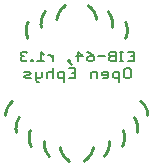
<source format=gbr>
G04 EAGLE Gerber RS-274X export*
G75*
%MOMM*%
%FSLAX34Y34*%
%LPD*%
%INSilkscreen Bottom*%
%IPPOS*%
%AMOC8*
5,1,8,0,0,1.08239X$1,22.5*%
G01*
%ADD10C,0.177800*%
%ADD11C,0.254000*%


D10*
X43413Y26438D02*
X49005Y26438D01*
X49005Y18049D01*
X43413Y18049D01*
X46209Y22244D02*
X49005Y22244D01*
X39650Y18049D02*
X36854Y18049D01*
X38252Y18049D02*
X38252Y26438D01*
X39650Y26438D02*
X36854Y26438D01*
X33413Y26438D02*
X33413Y18049D01*
X33413Y26438D02*
X29219Y26438D01*
X27821Y25040D01*
X27821Y23642D01*
X29219Y22244D01*
X27821Y20845D01*
X27821Y19447D01*
X29219Y18049D01*
X33413Y18049D01*
X33413Y22244D02*
X29219Y22244D01*
X24058Y22244D02*
X18465Y22244D01*
X11907Y25040D02*
X9110Y26438D01*
X11907Y25040D02*
X14703Y22244D01*
X14703Y19447D01*
X13305Y18049D01*
X10508Y18049D01*
X9110Y19447D01*
X9110Y20845D01*
X10508Y22244D01*
X14703Y22244D01*
X1153Y18049D02*
X1153Y26438D01*
X5348Y22244D01*
X-245Y22244D01*
X-6804Y18049D02*
X-4007Y15253D01*
X-6804Y18049D02*
X-6804Y19447D01*
X-5406Y19447D01*
X-5406Y18049D01*
X-6804Y18049D01*
X-19599Y18049D02*
X-19599Y23642D01*
X-19599Y20845D02*
X-22396Y23642D01*
X-23794Y23642D01*
X-27395Y23642D02*
X-30192Y26438D01*
X-30192Y18049D01*
X-32988Y18049D02*
X-27395Y18049D01*
X-36750Y18049D02*
X-36750Y19447D01*
X-38149Y19447D01*
X-38149Y18049D01*
X-36750Y18049D01*
X-41428Y25040D02*
X-42826Y26438D01*
X-45623Y26438D01*
X-47021Y25040D01*
X-47021Y23642D01*
X-45623Y22244D01*
X-44224Y22244D01*
X-45623Y22244D02*
X-47021Y20845D01*
X-47021Y19447D01*
X-45623Y18049D01*
X-42826Y18049D01*
X-41428Y19447D01*
X41692Y12214D02*
X44489Y12214D01*
X45887Y10816D01*
X45887Y5223D01*
X44489Y3825D01*
X41692Y3825D01*
X40294Y5223D01*
X40294Y10816D01*
X41692Y12214D01*
X36532Y9418D02*
X36532Y1029D01*
X36532Y9418D02*
X32337Y9418D01*
X30939Y8020D01*
X30939Y5223D01*
X32337Y3825D01*
X36532Y3825D01*
X25778Y3825D02*
X22982Y3825D01*
X25778Y3825D02*
X27177Y5223D01*
X27177Y8020D01*
X25778Y9418D01*
X22982Y9418D01*
X21584Y8020D01*
X21584Y6621D01*
X27177Y6621D01*
X17821Y3825D02*
X17821Y9418D01*
X13627Y9418D01*
X12229Y8020D01*
X12229Y3825D01*
X-889Y12214D02*
X-6482Y12214D01*
X-889Y12214D02*
X-889Y3825D01*
X-6482Y3825D01*
X-3685Y8020D02*
X-889Y8020D01*
X-10244Y9418D02*
X-10244Y1029D01*
X-10244Y9418D02*
X-14439Y9418D01*
X-15837Y8020D01*
X-15837Y5223D01*
X-14439Y3825D01*
X-10244Y3825D01*
X-19599Y3825D02*
X-19599Y12214D01*
X-20998Y9418D02*
X-19599Y8020D01*
X-20998Y9418D02*
X-23794Y9418D01*
X-25192Y8020D01*
X-25192Y3825D01*
X-28955Y5223D02*
X-28955Y9418D01*
X-28955Y5223D02*
X-30353Y3825D01*
X-34547Y3825D01*
X-34547Y2427D02*
X-34547Y9418D01*
X-34547Y2427D02*
X-33149Y1029D01*
X-31751Y1029D01*
X-38310Y3825D02*
X-42504Y3825D01*
X-43902Y5223D01*
X-42504Y6621D01*
X-39708Y6621D01*
X-38310Y8020D01*
X-39708Y9418D01*
X-43902Y9418D01*
D11*
X-16841Y53723D02*
X-16783Y54132D01*
X-16715Y54539D01*
X-16637Y54945D01*
X-16550Y55349D01*
X-16453Y55751D01*
X-16346Y56150D01*
X-16230Y56546D01*
X-16104Y56940D01*
X-15969Y57330D01*
X-15824Y57717D01*
X-15671Y58101D01*
X-15508Y58480D01*
X-15336Y58856D01*
X-15155Y59227D01*
X-14965Y59594D01*
X-14766Y59957D01*
X-14559Y60314D01*
X-14343Y60666D01*
X-14119Y61013D01*
X-13886Y61355D01*
X-13645Y61690D01*
X-13397Y62020D01*
X-13140Y62344D01*
X-12876Y62662D01*
X-12604Y62973D01*
X-12325Y63277D01*
X-12038Y63575D01*
X-11745Y63866D01*
X-11444Y64149D01*
X-11137Y64426D01*
X-10824Y64694D01*
X-10503Y64956D01*
X-10177Y65209D01*
X-9845Y65455D01*
X-26450Y60677D02*
X-26707Y60353D01*
X-26957Y60024D01*
X-27198Y59689D01*
X-27432Y59348D01*
X-27657Y59002D01*
X-27874Y58650D01*
X-28082Y58293D01*
X-28282Y57932D01*
X-28473Y57565D01*
X-28655Y57194D01*
X-28828Y56819D01*
X-28992Y56440D01*
X-29146Y56057D01*
X-29292Y55670D01*
X-29428Y55280D01*
X-29555Y54887D01*
X-29672Y54491D01*
X-29780Y54092D01*
X-29878Y53691D01*
X-29967Y53287D01*
X-30045Y52882D01*
X-30114Y52474D01*
X-30173Y52065D01*
X-30223Y51655D01*
X-30262Y51244D01*
X-30292Y50832D01*
X-30311Y50419D01*
X-30321Y50006D01*
X-30321Y49593D01*
X-30310Y49180D01*
X-30290Y48767D01*
X-30260Y48355D01*
X-30220Y47944D01*
X-30170Y47534D01*
X-41252Y51763D02*
X-41417Y51384D01*
X-41573Y51002D01*
X-41720Y50615D01*
X-41857Y50226D01*
X-41985Y49833D01*
X-42103Y49437D01*
X-42212Y49039D01*
X-42312Y48638D01*
X-42401Y48234D01*
X-42481Y47829D01*
X-42551Y47422D01*
X-42611Y47013D01*
X-42662Y46603D01*
X-42702Y46192D01*
X-42733Y45780D01*
X-42754Y45367D01*
X-42764Y44954D01*
X-42765Y44541D01*
X-42756Y44128D01*
X-42737Y43715D01*
X-42708Y43303D01*
X-42669Y42892D01*
X-42621Y42482D01*
X-42562Y42073D01*
X-42494Y41665D01*
X-42416Y41259D01*
X-42328Y40856D01*
X-42230Y40454D01*
X-42123Y40055D01*
X-42006Y39659D01*
X-41880Y39266D01*
X-41744Y38875D01*
X-41599Y38489D01*
X-41445Y38105D01*
X-54227Y-15137D02*
X-54538Y-15408D01*
X-54843Y-15687D01*
X-55141Y-15973D01*
X-55432Y-16266D01*
X-55716Y-16566D01*
X-55993Y-16873D01*
X-56262Y-17187D01*
X-56524Y-17506D01*
X-56778Y-17832D01*
X-57023Y-18164D01*
X-57261Y-18502D01*
X-57491Y-18846D01*
X-57712Y-19194D01*
X-57925Y-19548D01*
X-58129Y-19908D01*
X-58325Y-20271D01*
X-58512Y-20640D01*
X-58690Y-21013D01*
X-58859Y-21390D01*
X-59018Y-21771D01*
X-59169Y-22156D01*
X-59310Y-22544D01*
X-59442Y-22935D01*
X-59564Y-23330D01*
X-59677Y-23727D01*
X-59781Y-24127D01*
X-59874Y-24530D01*
X-59958Y-24934D01*
X-60033Y-25341D01*
X-60097Y-25749D01*
X-60151Y-26158D01*
X-60196Y-26569D01*
X-60231Y-26981D01*
X-60256Y-27393D01*
X-48462Y-28655D02*
X-48692Y-28998D01*
X-48915Y-29346D01*
X-49128Y-29700D01*
X-49334Y-30059D01*
X-49530Y-30422D01*
X-49718Y-30790D01*
X-49897Y-31162D01*
X-50067Y-31539D01*
X-50228Y-31919D01*
X-50379Y-32304D01*
X-50522Y-32692D01*
X-50655Y-33083D01*
X-50778Y-33477D01*
X-50892Y-33874D01*
X-50996Y-34274D01*
X-51091Y-34676D01*
X-51176Y-35080D01*
X-51252Y-35487D01*
X-51317Y-35894D01*
X-51373Y-36304D01*
X-51419Y-36714D01*
X-51455Y-37126D01*
X-51481Y-37538D01*
X-51497Y-37951D01*
X-51503Y-38364D01*
X-51499Y-38777D01*
X-51485Y-39190D01*
X-51462Y-39603D01*
X-51428Y-40014D01*
X-51385Y-40425D01*
X-51332Y-40835D01*
X-51269Y-41243D01*
X-51196Y-41650D01*
X-51113Y-42055D01*
X-39394Y-40222D02*
X-39528Y-40613D01*
X-39652Y-41007D01*
X-39768Y-41404D01*
X-39873Y-41803D01*
X-39969Y-42205D01*
X-40055Y-42609D01*
X-40131Y-43015D01*
X-40198Y-43423D01*
X-40255Y-43832D01*
X-40302Y-44243D01*
X-40339Y-44654D01*
X-40366Y-45066D01*
X-40383Y-45479D01*
X-40391Y-45892D01*
X-40388Y-46305D01*
X-40376Y-46718D01*
X-40353Y-47131D01*
X-40321Y-47543D01*
X-40278Y-47954D01*
X-40226Y-48364D01*
X-40164Y-48772D01*
X-40092Y-49179D01*
X-40011Y-49584D01*
X-39920Y-49987D01*
X-39819Y-50387D01*
X-39708Y-50785D01*
X-39588Y-51181D01*
X-39459Y-51573D01*
X-39320Y-51962D01*
X-39171Y-52348D01*
X-39014Y-52730D01*
X-38847Y-53108D01*
X-38671Y-53482D01*
X-38487Y-53851D01*
X-27641Y-49047D02*
X-27670Y-49459D01*
X-27688Y-49872D01*
X-27696Y-50285D01*
X-27695Y-50698D01*
X-27683Y-51111D01*
X-27662Y-51524D01*
X-27631Y-51936D01*
X-27590Y-52347D01*
X-27539Y-52757D01*
X-27478Y-53166D01*
X-27407Y-53573D01*
X-27327Y-53978D01*
X-27236Y-54381D01*
X-27137Y-54782D01*
X-27027Y-55180D01*
X-26908Y-55576D01*
X-26780Y-55969D01*
X-26642Y-56358D01*
X-26495Y-56744D01*
X-26338Y-57127D01*
X-26173Y-57505D01*
X-25998Y-57879D01*
X-25814Y-58250D01*
X-25622Y-58615D01*
X-25421Y-58976D01*
X-25211Y-59332D01*
X-24993Y-59683D01*
X-24766Y-60028D01*
X-24531Y-60368D01*
X-24288Y-60702D01*
X-24037Y-61030D01*
X-23778Y-61352D01*
X-23512Y-61668D01*
X-23238Y-61977D01*
X-14006Y-54531D02*
X-13926Y-54936D01*
X-13837Y-55339D01*
X-13738Y-55741D01*
X-13630Y-56139D01*
X-13512Y-56535D01*
X-13385Y-56928D01*
X-13248Y-57318D01*
X-13102Y-57704D01*
X-12946Y-58087D01*
X-12782Y-58466D01*
X-12608Y-58841D01*
X-12426Y-59212D01*
X-12234Y-59578D01*
X-12034Y-59939D01*
X-11825Y-60296D01*
X-11608Y-60647D01*
X-11382Y-60993D01*
X-11148Y-61334D01*
X-10906Y-61668D01*
X-10656Y-61997D01*
X-10398Y-62320D01*
X-10132Y-62636D01*
X-9859Y-62946D01*
X-9579Y-63250D01*
X-9291Y-63546D01*
X-8996Y-63836D01*
X-8695Y-64118D01*
X-8386Y-64393D01*
X-8071Y-64660D01*
X-7750Y-64920D01*
X-7423Y-65172D01*
X-7089Y-65416D01*
X-6750Y-65652D01*
X-6406Y-65880D01*
X16841Y53723D02*
X16783Y54132D01*
X16715Y54539D01*
X16637Y54945D01*
X16550Y55349D01*
X16453Y55751D01*
X16346Y56150D01*
X16230Y56546D01*
X16104Y56940D01*
X15969Y57330D01*
X15824Y57717D01*
X15671Y58101D01*
X15508Y58480D01*
X15336Y58856D01*
X15155Y59227D01*
X14965Y59594D01*
X14766Y59957D01*
X14559Y60314D01*
X14343Y60666D01*
X14119Y61013D01*
X13886Y61355D01*
X13645Y61690D01*
X13397Y62020D01*
X13140Y62344D01*
X12876Y62662D01*
X12604Y62973D01*
X12325Y63277D01*
X12038Y63575D01*
X11745Y63866D01*
X11444Y64149D01*
X11137Y64426D01*
X10824Y64694D01*
X10503Y64956D01*
X10177Y65209D01*
X9845Y65455D01*
X26450Y60677D02*
X26707Y60353D01*
X26957Y60024D01*
X27198Y59689D01*
X27432Y59348D01*
X27657Y59002D01*
X27874Y58650D01*
X28082Y58293D01*
X28282Y57932D01*
X28473Y57565D01*
X28655Y57194D01*
X28828Y56819D01*
X28992Y56440D01*
X29146Y56057D01*
X29292Y55670D01*
X29428Y55280D01*
X29555Y54887D01*
X29672Y54491D01*
X29780Y54092D01*
X29878Y53691D01*
X29967Y53287D01*
X30045Y52882D01*
X30114Y52474D01*
X30173Y52065D01*
X30223Y51655D01*
X30262Y51244D01*
X30292Y50832D01*
X30311Y50419D01*
X30321Y50006D01*
X30321Y49593D01*
X30310Y49180D01*
X30290Y48767D01*
X30260Y48355D01*
X30220Y47944D01*
X30170Y47534D01*
X41252Y51763D02*
X41417Y51384D01*
X41573Y51002D01*
X41720Y50615D01*
X41857Y50226D01*
X41985Y49833D01*
X42103Y49437D01*
X42212Y49039D01*
X42312Y48638D01*
X42401Y48234D01*
X42481Y47829D01*
X42551Y47422D01*
X42611Y47013D01*
X42662Y46603D01*
X42702Y46192D01*
X42733Y45780D01*
X42754Y45367D01*
X42764Y44954D01*
X42765Y44541D01*
X42756Y44128D01*
X42737Y43715D01*
X42708Y43303D01*
X42669Y42892D01*
X42621Y42482D01*
X42562Y42073D01*
X42494Y41665D01*
X42416Y41259D01*
X42328Y40856D01*
X42230Y40454D01*
X42123Y40055D01*
X42006Y39659D01*
X41880Y39266D01*
X41744Y38875D01*
X41599Y38489D01*
X41445Y38105D01*
X54227Y-15137D02*
X54538Y-15408D01*
X54843Y-15687D01*
X55141Y-15973D01*
X55432Y-16266D01*
X55716Y-16566D01*
X55993Y-16873D01*
X56262Y-17187D01*
X56524Y-17506D01*
X56778Y-17832D01*
X57023Y-18164D01*
X57261Y-18502D01*
X57491Y-18846D01*
X57712Y-19194D01*
X57925Y-19548D01*
X58129Y-19908D01*
X58325Y-20271D01*
X58512Y-20640D01*
X58690Y-21013D01*
X58859Y-21390D01*
X59018Y-21771D01*
X59169Y-22156D01*
X59310Y-22544D01*
X59442Y-22935D01*
X59564Y-23330D01*
X59677Y-23727D01*
X59781Y-24127D01*
X59874Y-24530D01*
X59958Y-24934D01*
X60033Y-25341D01*
X60097Y-25749D01*
X60151Y-26158D01*
X60196Y-26569D01*
X60231Y-26981D01*
X60256Y-27393D01*
X48462Y-28655D02*
X48692Y-28998D01*
X48915Y-29346D01*
X49128Y-29700D01*
X49334Y-30059D01*
X49530Y-30422D01*
X49718Y-30790D01*
X49897Y-31162D01*
X50067Y-31539D01*
X50228Y-31919D01*
X50379Y-32304D01*
X50522Y-32692D01*
X50655Y-33083D01*
X50778Y-33477D01*
X50892Y-33874D01*
X50996Y-34274D01*
X51091Y-34676D01*
X51176Y-35080D01*
X51252Y-35487D01*
X51317Y-35894D01*
X51373Y-36304D01*
X51419Y-36714D01*
X51455Y-37126D01*
X51481Y-37538D01*
X51497Y-37951D01*
X51503Y-38364D01*
X51499Y-38777D01*
X51485Y-39190D01*
X51462Y-39603D01*
X51428Y-40014D01*
X51385Y-40425D01*
X51332Y-40835D01*
X51269Y-41243D01*
X51196Y-41650D01*
X51113Y-42055D01*
X39394Y-40222D02*
X39528Y-40613D01*
X39652Y-41007D01*
X39768Y-41404D01*
X39873Y-41803D01*
X39969Y-42205D01*
X40055Y-42609D01*
X40131Y-43015D01*
X40198Y-43423D01*
X40255Y-43832D01*
X40302Y-44243D01*
X40339Y-44654D01*
X40366Y-45066D01*
X40383Y-45479D01*
X40391Y-45892D01*
X40388Y-46305D01*
X40376Y-46718D01*
X40353Y-47131D01*
X40321Y-47543D01*
X40278Y-47954D01*
X40226Y-48364D01*
X40164Y-48772D01*
X40092Y-49179D01*
X40011Y-49584D01*
X39920Y-49987D01*
X39819Y-50387D01*
X39708Y-50785D01*
X39588Y-51181D01*
X39459Y-51573D01*
X39320Y-51962D01*
X39171Y-52348D01*
X39014Y-52730D01*
X38847Y-53108D01*
X38671Y-53482D01*
X38487Y-53851D01*
X27641Y-49047D02*
X27670Y-49459D01*
X27688Y-49872D01*
X27696Y-50285D01*
X27695Y-50698D01*
X27683Y-51111D01*
X27662Y-51524D01*
X27631Y-51936D01*
X27590Y-52347D01*
X27539Y-52757D01*
X27478Y-53166D01*
X27407Y-53573D01*
X27327Y-53978D01*
X27236Y-54381D01*
X27137Y-54782D01*
X27027Y-55180D01*
X26908Y-55576D01*
X26780Y-55969D01*
X26642Y-56358D01*
X26495Y-56744D01*
X26338Y-57127D01*
X26173Y-57505D01*
X25998Y-57879D01*
X25814Y-58250D01*
X25622Y-58615D01*
X25421Y-58976D01*
X25211Y-59332D01*
X24993Y-59683D01*
X24766Y-60028D01*
X24531Y-60368D01*
X24288Y-60702D01*
X24037Y-61030D01*
X23778Y-61352D01*
X23512Y-61668D01*
X23238Y-61977D01*
X14006Y-54531D02*
X13926Y-54936D01*
X13837Y-55339D01*
X13738Y-55741D01*
X13630Y-56139D01*
X13512Y-56535D01*
X13385Y-56928D01*
X13248Y-57318D01*
X13102Y-57704D01*
X12946Y-58087D01*
X12782Y-58466D01*
X12608Y-58841D01*
X12426Y-59212D01*
X12234Y-59578D01*
X12034Y-59939D01*
X11825Y-60296D01*
X11608Y-60647D01*
X11382Y-60993D01*
X11148Y-61334D01*
X10906Y-61668D01*
X10656Y-61997D01*
X10398Y-62320D01*
X10132Y-62636D01*
X9859Y-62946D01*
X9579Y-63250D01*
X9291Y-63546D01*
X8996Y-63836D01*
X8695Y-64118D01*
X8386Y-64393D01*
X8071Y-64660D01*
X7750Y-64920D01*
X7423Y-65172D01*
X7089Y-65416D01*
X6750Y-65652D01*
X6406Y-65880D01*
M02*

</source>
